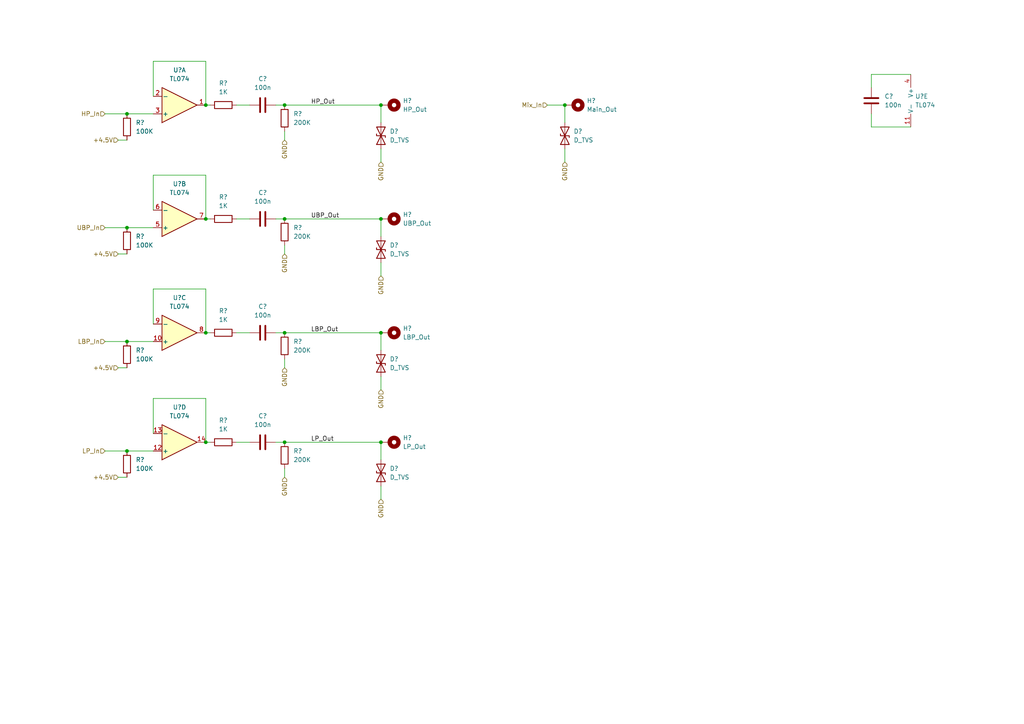
<source format=kicad_sch>
(kicad_sch (version 20211123) (generator eeschema)
  (paper "A4")
  (lib_symbols
    (symbol "Amplifier_Operational:TL074" (pin_names (offset 0.127))
      (property "Reference" "U" (at 0 5.08 0))
      (property "Value" "TL074" (at 0 -5.08 0))
      (symbol "TL074_1_1"
        (polyline (pts (xy -5.08 5.08) (xy 5.08 0) (xy -5.08 -5.08) (xy -5.08 5.08)) (stroke (width 0.254)) (fill (type background)))
        (pin output line (at 7.62 0 180) (length 2.54) (name "~") (number "1"))
        (pin input line (at -7.62 -2.54 0) (length 2.54) (name "-") (number "2"))
        (pin input line (at -7.62 2.54 0) (length 2.54) (name "+") (number "3"))
      )
      (symbol "TL074_2_1"
        (polyline (pts (xy -5.08 5.08) (xy 5.08 0) (xy -5.08 -5.08) (xy -5.08 5.08)) (stroke (width 0.254)) (fill (type background)))
        (pin input line (at -7.62 2.54 0) (length 2.54) (name "+") (number "5"))
        (pin input line (at -7.62 -2.54 0) (length 2.54) (name "-") (number "6"))
        (pin output line (at 7.62 0 180) (length 2.54) (name "~") (number "7"))
      )
      (symbol "TL074_3_1"
        (polyline (pts (xy -5.08 5.08) (xy 5.08 0) (xy -5.08 -5.08) (xy -5.08 5.08)) (stroke (width 0.254)) (fill (type background)))
        (pin input line (at -7.62 2.54 0) (length 2.54) (name "+") (number "10"))
        (pin output line (at 7.62 0 180) (length 2.54) (name "~") (number "8"))
        (pin input line (at -7.62 -2.54 0) (length 2.54) (name "-") (number "9"))
      )
      (symbol "TL074_4_1"
        (polyline (pts (xy -5.08 5.08) (xy 5.08 0) (xy -5.08 -5.08) (xy -5.08 5.08)) (stroke (width 0.254)) (fill (type background)))
        (pin input line (at -7.62 2.54 0) (length 2.54) (name "+") (number "12"))
        (pin input line (at -7.62 -2.54 0) (length 2.54) (name "-") (number "13"))
        (pin output line (at 7.62 0 180) (length 2.54) (name "~") (number "14"))
      )
      (symbol "TL074_5_1"
        (pin power_in line (at -2.54 -7.62 90) (length 3.81) (name "V-") (number "11"))
        (pin power_in line (at -2.54 7.62 270) (length 3.81) (name "V+") (number "4"))
      )
    )
    (symbol "Device:C" (pin_numbers hide) (pin_names (offset 0.254))
      (property "Reference" "C" (at 0.635 2.54 0))
      (property "Value" "C" (at 0.635 -2.54 0))
      (symbol "C_0_1"
        (polyline (pts (xy -2.032 -0.762) (xy 2.032 -0.762)) (stroke (width 0.508)))
        (polyline (pts (xy -2.032 0.762) (xy 2.032 0.762)) (stroke (width 0.508)))
      )
      (symbol "C_1_1"
        (pin passive line (at 0 3.81 270) (length 2.794) (name "~") (number "1"))
        (pin passive line (at 0 -3.81 90) (length 2.794) (name "~") (number "2"))
      )
    )
    (symbol "Device:D_TVS" (pin_numbers hide) (pin_names (offset 1.016) hide)
      (property "Reference" "D" (at 0 2.54 0))
      (property "Value" "D_TVS" (at 0 -2.54 0))
      (symbol "D_TVS_0_1"
        (polyline (pts (xy 1.27 0) (xy -1.27 0)))
        (polyline (pts (xy 0.508 1.27) (xy 0 1.27) (xy 0 -1.27) (xy -0.508 -1.27)) (stroke (width 0.254)))
        (polyline (pts (xy -2.54 1.27) (xy -2.54 -1.27) (xy 2.54 1.27) (xy 2.54 -1.27) (xy -2.54 1.27)) (stroke (width 0.254)))
      )
      (symbol "D_TVS_1_1"
        (pin passive line (at -3.81 0 0) (length 2.54) (name "A1") (number "1"))
        (pin passive line (at 3.81 0 180) (length 2.54) (name "A2") (number "2"))
      )
    )
    (symbol "Device:R" (pin_numbers hide) (pin_names (offset 0))
      (property "Reference" "R" (at 2.032 0 90))
      (property "Value" "R" (at 0 0 90))
      (symbol "R_0_1"
        (rectangle (start -1.016 -2.54) (end 1.016 2.54) (stroke (width 0.254)))
      )
      (symbol "R_1_1"
        (pin passive line (at 0 3.81 270) (length 1.27) (name "~") (number "1"))
        (pin passive line (at 0 -3.81 90) (length 1.27) (name "~") (number "2"))
      )
    )
    (symbol "Mechanical:MountingHole_Pad" (pin_numbers hide) (pin_names (offset 1.016) hide)
      (property "Reference" "H" (at 0 6.35 0))
      (property "Value" "MountingHole_Pad" (at 0 4.445 0))
      (symbol "MountingHole_Pad_0_1"
        (circle (center 0 1.27) (radius 1.27) (stroke (width 1.27)))
      )
      (symbol "MountingHole_Pad_1_1"
        (pin input line (at 0 -2.54 90) (length 2.54) (name "1") (number "1"))
      )
    )
  )
  (junction (at 82.55 96.52))
  (junction (at 59.69 96.52))
  (junction (at 36.83 130.81))
  (junction (at 82.55 63.5))
  (junction (at 59.69 30.48))
  (junction (at 59.69 63.5))
  (junction (at 110.49 128.27))
  (junction (at 110.49 30.48))
  (junction (at 59.69 128.27))
  (junction (at 110.49 63.5))
  (junction (at 36.83 66.04))
  (junction (at 110.49 96.52))
  (junction (at 36.83 33.02))
  (junction (at 163.83 30.48))
  (junction (at 36.83 99.06))
  (junction (at 82.55 128.27))
  (junction (at 82.55 30.48))
  (wire (pts (xy 252.73 36.83) (xy 264.16 36.83)))
  (wire (pts (xy 82.55 135.89) (xy 82.55 138.43)))
  (wire (pts (xy 44.45 93.98) (xy 44.45 83.82)))
  (wire (pts (xy 68.58 128.27) (xy 72.39 128.27)))
  (wire (pts (xy 110.49 140.97) (xy 110.49 144.78)))
  (wire (pts (xy 110.49 43.18) (xy 110.49 46.99)))
  (wire (pts (xy 59.69 63.5) (xy 60.96 63.5)))
  (wire (pts (xy 110.49 76.2) (xy 110.49 80.01)))
  (wire (pts (xy 44.45 27.94) (xy 44.45 17.78)))
  (wire (pts (xy 80.01 96.52) (xy 82.55 96.52)))
  (wire (pts (xy 30.48 33.02) (xy 36.83 33.02)))
  (wire (pts (xy 36.83 33.02) (xy 44.45 33.02)))
  (wire (pts (xy 80.01 63.5) (xy 82.55 63.5)))
  (wire (pts (xy 110.49 63.5) (xy 110.49 68.58)))
  (wire (pts (xy 82.55 96.52) (xy 110.49 96.52)))
  (wire (pts (xy 82.55 128.27) (xy 110.49 128.27)))
  (wire (pts (xy 34.29 40.64) (xy 36.83 40.64)))
  (wire (pts (xy 36.83 66.04) (xy 44.45 66.04)))
  (wire (pts (xy 158.75 30.48) (xy 163.83 30.48)))
  (wire (pts (xy 163.83 30.48) (xy 163.83 35.56)))
  (wire (pts (xy 163.83 43.18) (xy 163.83 46.99)))
  (wire (pts (xy 44.45 50.8) (xy 59.69 50.8)))
  (wire (pts (xy 36.83 130.81) (xy 44.45 130.81)))
  (wire (pts (xy 264.16 21.59) (xy 252.73 21.59)))
  (wire (pts (xy 34.29 106.68) (xy 36.83 106.68)))
  (wire (pts (xy 30.48 66.04) (xy 36.83 66.04)))
  (wire (pts (xy 44.45 17.78) (xy 59.69 17.78)))
  (wire (pts (xy 59.69 17.78) (xy 59.69 30.48)))
  (wire (pts (xy 252.73 33.02) (xy 252.73 36.83)))
  (wire (pts (xy 68.58 96.52) (xy 72.39 96.52)))
  (wire (pts (xy 68.58 30.48) (xy 72.39 30.48)))
  (wire (pts (xy 80.01 128.27) (xy 82.55 128.27)))
  (wire (pts (xy 59.69 50.8) (xy 59.69 63.5)))
  (wire (pts (xy 44.45 60.96) (xy 44.45 50.8)))
  (wire (pts (xy 82.55 30.48) (xy 110.49 30.48)))
  (wire (pts (xy 34.29 73.66) (xy 36.83 73.66)))
  (wire (pts (xy 59.69 115.57) (xy 59.69 128.27)))
  (wire (pts (xy 44.45 125.73) (xy 44.45 115.57)))
  (wire (pts (xy 82.55 38.1) (xy 82.55 40.64)))
  (wire (pts (xy 30.48 130.81) (xy 36.83 130.81)))
  (wire (pts (xy 59.69 96.52) (xy 60.96 96.52)))
  (wire (pts (xy 34.29 138.43) (xy 36.83 138.43)))
  (wire (pts (xy 68.58 63.5) (xy 72.39 63.5)))
  (wire (pts (xy 82.55 71.12) (xy 82.55 73.66)))
  (wire (pts (xy 36.83 99.06) (xy 44.45 99.06)))
  (wire (pts (xy 30.48 99.06) (xy 36.83 99.06)))
  (wire (pts (xy 110.49 30.48) (xy 110.49 35.56)))
  (wire (pts (xy 44.45 83.82) (xy 59.69 83.82)))
  (wire (pts (xy 110.49 96.52) (xy 110.49 101.6)))
  (wire (pts (xy 59.69 30.48) (xy 60.96 30.48)))
  (wire (pts (xy 110.49 109.22) (xy 110.49 113.03)))
  (wire (pts (xy 82.55 63.5) (xy 110.49 63.5)))
  (wire (pts (xy 110.49 128.27) (xy 110.49 133.35)))
  (wire (pts (xy 80.01 30.48) (xy 82.55 30.48)))
  (wire (pts (xy 82.55 104.14) (xy 82.55 106.68)))
  (wire (pts (xy 59.69 83.82) (xy 59.69 96.52)))
  (wire (pts (xy 44.45 115.57) (xy 59.69 115.57)))
  (wire (pts (xy 252.73 21.59) (xy 252.73 25.4)))
  (wire (pts (xy 59.69 128.27) (xy 60.96 128.27)))
  (label "HP_Out" (at 90.17 30.48 0))
  (label "LBP_Out" (at 90.17 96.52 0))
  (label "LP_Out" (at 90.17 128.27 0))
  (label "UBP_Out" (at 90.17 63.5 0))
  (hierarchical_label "GND" (shape input) (at 110.49 113.03 270))
  (hierarchical_label "HP_In" (shape input) (at 30.48 33.02 180))
  (hierarchical_label "LBP_In" (shape input) (at 30.48 99.06 180))
  (hierarchical_label "Mix_In" (shape input) (at 158.75 30.48 180))
  (hierarchical_label "+4.5V" (shape input) (at 34.29 73.66 180))
  (hierarchical_label "GND" (shape input) (at 82.55 106.68 270))
  (hierarchical_label "+4.5V" (shape input) (at 34.29 40.64 180))
  (hierarchical_label "+4.5V" (shape input) (at 34.29 138.43 180))
  (hierarchical_label "GND" (shape input) (at 82.55 138.43 270))
  (hierarchical_label "+4.5V" (shape input) (at 34.29 106.68 180))
  (hierarchical_label "LP_In" (shape input) (at 30.48 130.81 180))
  (hierarchical_label "GND" (shape input) (at 110.49 144.78 270))
  (hierarchical_label "GND" (shape input) (at 82.55 40.64 270))
  (hierarchical_label "GND" (shape input) (at 110.49 46.99 270))
  (hierarchical_label "GND" (shape input) (at 163.83 46.99 270))
  (hierarchical_label "GND" (shape input) (at 82.55 73.66 270))
  (hierarchical_label "UBP_In" (shape input) (at 30.48 66.04 180))
  (hierarchical_label "GND" (shape input) (at 110.49 80.01 270))
  (symbol (lib_id "Device:R") (at 82.55 67.31 0) (unit 1)
    (property "Reference" "R?" (at 85.09 66.0399 0) (effects (justify left)))
    (property "Value" "200K" (at 85.09 68.5799 0) (effects (justify left)))
  )
  (symbol (lib_id "Device:R") (at 82.55 34.29 0) (unit 1)
    (property "Reference" "R?" (at 85.09 33.0199 0) (effects (justify left)))
    (property "Value" "200K" (at 85.09 35.5599 0) (effects (justify left)))
  )
  (symbol (lib_id "Amplifier_Operational:TL074") (at 52.07 30.48 0) (mirror x) (unit 1)
    (property "Reference" "U?" (at 52.07 20.32 0))
    (property "Value" "TL074" (at 52.07 22.86 0))
    (property "Datasheet" "http://www.ti.com/lit/ds/symlink/tl071.pdf" (effects hide))
  )
  (symbol (lib_id "Mechanical:MountingHole_Pad") (at 113.03 63.5 270) (unit 1)
    (property "Reference" "H?" (at 116.84 62.2299 90) (effects (justify left)))
    (property "Value" "UBP_Out" (at 116.84 64.7699 90) (effects (justify left)))
    (property "Footprint" "MountingHole:MountingHole_4.3mm_M4_Pad_TopBottom" (effects hide))
  )
  (symbol (lib_id "Device:R") (at 36.83 102.87 0) (unit 1)
    (property "Reference" "R?" (at 39.37 101.5999 0) (effects (justify left)))
    (property "Value" "100K" (at 39.37 104.1399 0) (effects (justify left)))
  )
  (symbol (lib_id "Amplifier_Operational:TL074") (at 52.07 63.5 0) (mirror x) (unit 2)
    (property "Reference" "U?" (at 52.07 53.34 0))
    (property "Value" "TL074" (at 52.07 55.88 0))
    (property "Datasheet" "http://www.ti.com/lit/ds/symlink/tl071.pdf" (effects hide))
  )
  (symbol (lib_id "Mechanical:MountingHole_Pad") (at 113.03 128.27 270) (unit 1)
    (property "Reference" "H?" (at 116.84 126.9999 90) (effects (justify left)))
    (property "Value" "LP_Out" (at 116.84 129.5399 90) (effects (justify left)))
    (property "Footprint" "MountingHole:MountingHole_4.3mm_M4_Pad_TopBottom" (effects hide))
  )
  (symbol (lib_id "Amplifier_Operational:TL074") (at 52.07 128.27 0) (mirror x) (unit 4)
    (property "Reference" "U?" (at 52.07 118.11 0))
    (property "Value" "TL074" (at 52.07 120.65 0))
    (property "Datasheet" "http://www.ti.com/lit/ds/symlink/tl071.pdf" (effects hide))
  )
  (symbol (lib_id "Device:D_TVS") (at 163.83 39.37 90) (unit 1)
    (property "Reference" "D?" (at 166.37 38.0999 90) (effects (justify right)))
    (property "Value" "D_TVS" (at 166.37 40.6399 90) (effects (justify right)))
    (property "Footprint" "Diode_SMD:D_SOD-323_HandSoldering" (effects hide))
  )
  (symbol (lib_id "Amplifier_Operational:TL074") (at 266.7 29.21 0) (unit 5)
    (property "Reference" "U?" (at 265.43 27.9399 0) (effects (justify left)))
    (property "Value" "TL074" (at 265.43 30.4799 0) (effects (justify left)))
    (property "Datasheet" "http://www.ti.com/lit/ds/symlink/tl071.pdf" (effects hide))
  )
  (symbol (lib_id "Device:D_TVS") (at 110.49 137.16 90) (unit 1)
    (property "Reference" "D?" (at 113.03 135.8899 90) (effects (justify right)))
    (property "Value" "D_TVS" (at 113.03 138.4299 90) (effects (justify right)))
    (property "Footprint" "Diode_SMD:D_SOD-323_HandSoldering" (effects hide))
  )
  (symbol (lib_id "Device:R") (at 64.77 128.27 90) (unit 1)
    (property "Reference" "R?" (at 64.77 121.92 90))
    (property "Value" "1K" (at 64.77 124.46 90))
  )
  (symbol (lib_id "Device:R") (at 64.77 96.52 90) (unit 1)
    (property "Reference" "R?" (at 64.77 90.17 90))
    (property "Value" "1K" (at 64.77 92.71 90))
  )
  (symbol (lib_id "Mechanical:MountingHole_Pad") (at 113.03 96.52 270) (unit 1)
    (property "Reference" "H?" (at 116.84 95.2499 90) (effects (justify left)))
    (property "Value" "LBP_Out" (at 116.84 97.7899 90) (effects (justify left)))
    (property "Footprint" "MountingHole:MountingHole_4.3mm_M4_Pad_TopBottom" (effects hide))
  )
  (symbol (lib_id "Device:R") (at 82.55 100.33 0) (unit 1)
    (property "Reference" "R?" (at 85.09 99.0599 0) (effects (justify left)))
    (property "Value" "200K" (at 85.09 101.5999 0) (effects (justify left)))
  )
  (symbol (lib_id "Device:C") (at 252.73 29.21 180) (unit 1)
    (property "Reference" "C?" (at 256.54 27.9399 0) (effects (justify right)))
    (property "Value" "100n" (at 256.54 30.4799 0) (effects (justify right)))
  )
  (symbol (lib_id "Amplifier_Operational:TL074") (at 52.07 96.52 0) (mirror x) (unit 3)
    (property "Reference" "U?" (at 52.07 86.36 0))
    (property "Value" "TL074" (at 52.07 88.9 0))
    (property "Datasheet" "http://www.ti.com/lit/ds/symlink/tl071.pdf" (effects hide))
  )
  (symbol (lib_id "Device:R") (at 36.83 69.85 0) (unit 1)
    (property "Reference" "R?" (at 39.37 68.5799 0) (effects (justify left)))
    (property "Value" "100K" (at 39.37 71.1199 0) (effects (justify left)))
  )
  (symbol (lib_id "Device:C") (at 76.2 96.52 90) (unit 1)
    (property "Reference" "C?" (at 76.2 88.9 90))
    (property "Value" "100n" (at 76.2 91.44 90))
  )
  (symbol (lib_id "Mechanical:MountingHole_Pad") (at 113.03 30.48 270) (unit 1)
    (property "Reference" "H?" (at 116.84 29.2099 90) (effects (justify left)))
    (property "Value" "HP_Out" (at 116.84 31.7499 90) (effects (justify left)))
    (property "Footprint" "MountingHole:MountingHole_4.3mm_M4_Pad_TopBottom" (effects hide))
  )
  (symbol (lib_id "Device:D_TVS") (at 110.49 105.41 90) (unit 1)
    (property "Reference" "D?" (at 113.03 104.1399 90) (effects (justify right)))
    (property "Value" "D_TVS" (at 113.03 106.6799 90) (effects (justify right)))
    (property "Footprint" "Diode_SMD:D_SOD-323_HandSoldering" (effects hide))
  )
  (symbol (lib_id "Device:R") (at 64.77 63.5 90) (unit 1)
    (property "Reference" "R?" (at 64.77 57.15 90))
    (property "Value" "1K" (at 64.77 59.69 90))
  )
  (symbol (lib_id "Device:R") (at 64.77 30.48 90) (unit 1)
    (property "Reference" "R?" (at 64.77 24.13 90))
    (property "Value" "1K" (at 64.77 26.67 90))
  )
  (symbol (lib_id "Device:D_TVS") (at 110.49 39.37 90) (unit 1)
    (property "Reference" "D?" (at 113.03 38.0999 90) (effects (justify right)))
    (property "Value" "D_TVS" (at 113.03 40.6399 90) (effects (justify right)))
    (property "Footprint" "Diode_SMD:D_SOD-323_HandSoldering" (effects hide))
  )
  (symbol (lib_id "Device:R") (at 36.83 134.62 0) (unit 1)
    (property "Reference" "R?" (at 39.37 133.3499 0) (effects (justify left)))
    (property "Value" "100K" (at 39.37 135.8899 0) (effects (justify left)))
  )
  (symbol (lib_id "Device:D_TVS") (at 110.49 72.39 90) (unit 1)
    (property "Reference" "D?" (at 113.03 71.1199 90) (effects (justify right)))
    (property "Value" "D_TVS" (at 113.03 73.6599 90) (effects (justify right)))
    (property "Footprint" "Diode_SMD:D_SOD-323_HandSoldering" (effects hide))
  )
  (symbol (lib_id "Device:C") (at 76.2 128.27 90) (unit 1)
    (property "Reference" "C?" (at 76.2 120.65 90))
    (property "Value" "100n" (at 76.2 123.19 90))
  )
  (symbol (lib_id "Device:C") (at 76.2 30.48 90) (unit 1)
    (property "Reference" "C?" (at 76.2 22.86 90))
    (property "Value" "100n" (at 76.2 25.4 90))
  )
  (symbol (lib_id "Device:R") (at 36.83 36.83 0) (unit 1)
    (property "Reference" "R?" (at 39.37 35.5599 0) (effects (justify left)))
    (property "Value" "100K" (at 39.37 38.0999 0) (effects (justify left)))
  )
  (symbol (lib_id "Device:R") (at 82.55 132.08 0) (unit 1)
    (property "Reference" "R?" (at 85.09 130.8099 0) (effects (justify left)))
    (property "Value" "200K" (at 85.09 133.3499 0) (effects (justify left)))
  )
  (symbol (lib_id "Mechanical:MountingHole_Pad") (at 166.37 30.48 270) (unit 1)
    (property "Reference" "H?" (at 170.18 29.2099 90) (effects (justify left)))
    (property "Value" "Main_Out" (at 170.18 31.7499 90) (effects (justify left)))
    (property "Footprint" "MountingHole:MountingHole_4.3mm_M4_Pad_TopBottom" (effects hide))
  )
  (symbol (lib_id "Device:C") (at 76.2 63.5 90) (unit 1)
    (property "Reference" "C?" (at 76.2 55.88 90))
    (property "Value" "100n" (at 76.2 58.42 90))
  )
)
</source>
